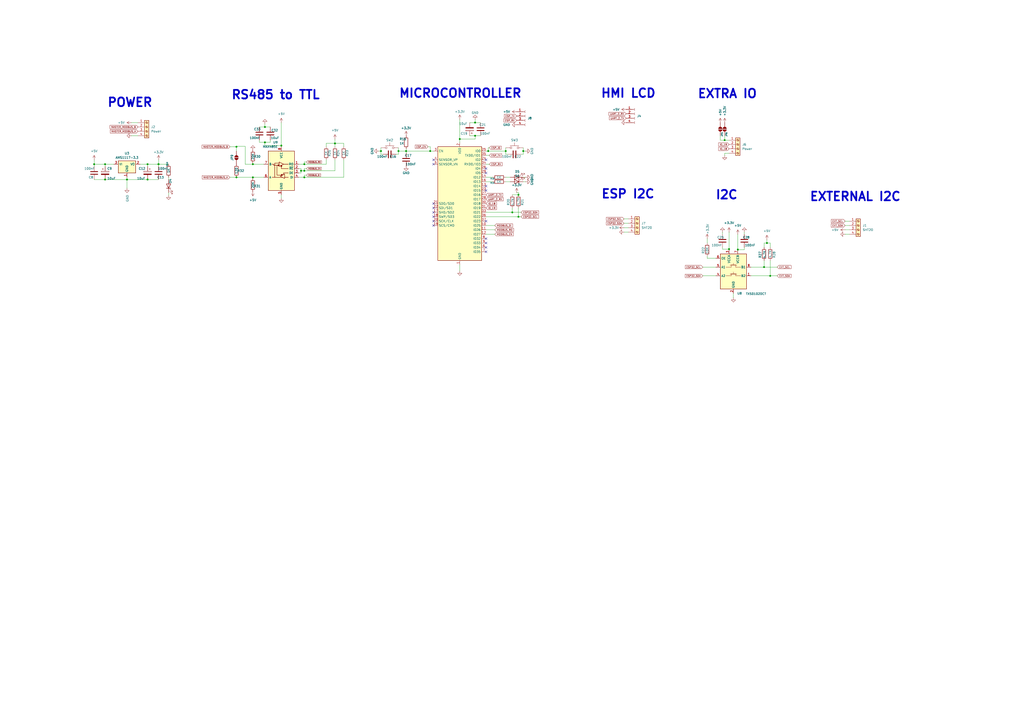
<source format=kicad_sch>
(kicad_sch (version 20231120) (generator "eeschema") (generator_version "8.0")
  (paper "A2")
  (junction (at 176.53 99.06))
  (junction (at 249.555 87.63))
  (junction (at 85.598 104.14))
  (junction (at 444.8818 140.97))
  (junction (at 91.9895 95.25))
  (junction (at 446.786 160.02))
  (junction (at 297.18 123.19))
  (junction (at 85.598 95.25))
  (junction (at 163.195 84.455))
  (junction (at 235.585 87.63))
  (junction (at 194.31 83.185))
  (junction (at 146.685 102.87))
  (junction (at 137.16 85.1206))
  (junction (at 293.37 87.63))
  (junction (at 303.53 87.63))
  (junction (at 54.61 95.25))
  (junction (at 146.685 95.25))
  (junction (at 443.23 154.94))
  (junction (at 153.67 73.66))
  (junction (at 153.67 82.55))
  (junction (at 420.37 81.28))
  (junction (at 176.53 95.25))
  (junction (at 174.625 99.06))
  (junction (at 137.16 102.87))
  (junction (at 300.7408 125.73))
  (junction (at 60.96 95.25))
  (junction (at 220.98 87.63))
  (junction (at 266.7 80.645))
  (junction (at 60.96 104.14))
  (junction (at 422.91 144.5046))
  (junction (at 300.736 113.03))
  (junction (at 283.21 87.63))
  (junction (at 275.59 71.12))
  (junction (at 91.948 95.25))
  (junction (at 176.53 102.87))
  (junction (at 73.66 104.14))
  (junction (at 275.59 78.74))
  (junction (at 231.14 87.63))
  (junction (at 427.99 144.78))
  (no_connect (at 251.46 130.81))
  (no_connect (at 251.46 95.25))
  (no_connect (at 251.46 128.27))
  (no_connect (at 281.94 138.43))
  (no_connect (at 251.46 125.73))
  (no_connect (at 281.94 140.97))
  (no_connect (at 281.94 92.71))
  (no_connect (at 251.46 118.11))
  (no_connect (at 281.94 143.51))
  (no_connect (at 281.94 128.27))
  (no_connect (at 281.94 107.95))
  (no_connect (at 281.94 97.79))
  (no_connect (at 251.46 92.71))
  (no_connect (at 281.94 146.05))
  (no_connect (at 281.94 100.33))
  (no_connect (at 281.94 110.49))
  (no_connect (at 251.46 123.19))
  (no_connect (at 251.46 120.65))
  (wire (pts (xy 222.25 89.535) (xy 220.98 89.535)))
  (wire (pts (xy 281.94 95.25) (xy 283.845 95.25)))
  (wire (pts (xy 153.035 95.25) (xy 146.685 95.25)))
  (wire (pts (xy 137.16 102.87) (xy 133.35 102.87)))
  (wire (pts (xy 85.598 96.52) (xy 85.598 95.25)))
  (wire (pts (xy 275.59 80.645) (xy 266.7 80.645)))
  (wire (pts (xy 420.37 88.9) (xy 422.91 88.9)))
  (wire (pts (xy 81.28 95.25) (xy 85.598 95.25)))
  (wire (pts (xy 176.53 93.98) (xy 176.53 95.25)))
  (wire (pts (xy 54.61 104.14) (xy 60.96 104.14)))
  (wire (pts (xy 156.845 81.28) (xy 156.845 82.55)))
  (wire (pts (xy 229.87 89.535) (xy 231.14 89.535)))
  (wire (pts (xy 300.7408 120.65) (xy 300.7408 125.73)))
  (wire (pts (xy 443.23 154.94) (xy 435.61 154.94)))
  (wire (pts (xy 443.23 140.97) (xy 444.8818 140.97)))
  (wire (pts (xy 189.23 92.71) (xy 189.23 95.25)))
  (wire (pts (xy 150.495 82.55) (xy 150.495 81.28)))
  (wire (pts (xy 293.37 87.63) (xy 283.21 87.63)))
  (wire (pts (xy 283.21 87.63) (xy 281.94 87.63)))
  (wire (pts (xy 220.98 87.63) (xy 220.98 85.725)))
  (wire (pts (xy 420.37 78.74) (xy 420.37 81.28)))
  (wire (pts (xy 297.18 113.03) (xy 300.736 113.03)))
  (wire (pts (xy 177.8 101.6) (xy 176.53 101.6)))
  (wire (pts (xy 60.96 104.14) (xy 73.66 104.14)))
  (wire (pts (xy 156.845 73.66) (xy 153.67 73.66)))
  (wire (pts (xy 281.94 130.81) (xy 287.02 130.81)))
  (wire (pts (xy 231.14 87.63) (xy 235.585 87.63)))
  (wire (pts (xy 281.94 105.41) (xy 285.75 105.41)))
  (wire (pts (xy 281.94 133.35) (xy 287.02 133.35)))
  (wire (pts (xy 444.8818 139.0264) (xy 444.8818 140.97)))
  (wire (pts (xy 281.94 102.87) (xy 285.75 102.87)))
  (wire (pts (xy 146.685 102.87) (xy 137.16 102.87)))
  (wire (pts (xy 137.16 85.1206) (xy 137.16 84.9254)))
  (wire (pts (xy 235.585 87.63) (xy 249.555 87.63)))
  (wire (pts (xy 361.95 132.08) (xy 364.49 132.08)))
  (wire (pts (xy 490.22 133.35) (xy 492.76 133.35)))
  (wire (pts (xy 446.786 140.97) (xy 446.786 143.51)))
  (wire (pts (xy 427.99 135.89) (xy 427.99 144.78)))
  (wire (pts (xy 85.598 104.14) (xy 73.66 104.14)))
  (wire (pts (xy 176.53 102.87) (xy 173.355 102.87)))
  (wire (pts (xy 156.845 82.55) (xy 153.67 82.55)))
  (wire (pts (xy 293.37 105.41) (xy 295.91 105.41)))
  (wire (pts (xy 153.67 84.455) (xy 153.67 82.55)))
  (wire (pts (xy 76.2 71.12) (xy 80.01 71.12)))
  (wire (pts (xy 490.22 135.89) (xy 492.76 135.89)))
  (wire (pts (xy 54.61 96.52) (xy 54.61 95.25)))
  (wire (pts (xy 266.7 80.645) (xy 266.7 82.55)))
  (wire (pts (xy 303.53 105.41) (xy 304.8 105.41)))
  (wire (pts (xy 303.53 87.63) (xy 303.53 89.535)))
  (wire (pts (xy 427.99 144.78) (xy 431.8 144.78)))
  (wire (pts (xy 410.21 138.43) (xy 410.21 140.97)))
  (wire (pts (xy 272.415 78.74) (xy 275.59 78.74)))
  (wire (pts (xy 146.685 102.87) (xy 146.685 103.505)))
  (wire (pts (xy 97.79 111.76) (xy 97.79 113.284)))
  (wire (pts (xy 163.195 84.455) (xy 153.67 84.455)))
  (wire (pts (xy 490.22 128.27) (xy 492.76 128.27)))
  (wire (pts (xy 407.67 160.02) (xy 415.29 160.02)))
  (wire (pts (xy 153.67 73.66) (xy 150.495 73.66)))
  (wire (pts (xy 417.83 81.28) (xy 420.37 81.28)))
  (wire (pts (xy 85.598 104.14) (xy 91.948 104.14)))
  (wire (pts (xy 297.18 120.65) (xy 297.18 123.19)))
  (wire (pts (xy 283.21 85.725) (xy 283.21 87.63)))
  (wire (pts (xy 231.14 89.535) (xy 231.14 87.63)))
  (wire (pts (xy 235.585 87.63) (xy 235.585 88.9)))
  (wire (pts (xy 142.1981 84.9254) (xy 142.1981 95.25)))
  (wire (pts (xy 443.23 154.94) (xy 450.85 154.94)))
  (wire (pts (xy 194.31 80.645) (xy 194.31 83.185)))
  (wire (pts (xy 446.786 160.02) (xy 446.786 151.13)))
  (wire (pts (xy 54.61 92.71) (xy 54.61 95.25)))
  (wire (pts (xy 176.53 99.06) (xy 174.625 99.06)))
  (wire (pts (xy 300.99 113.03) (xy 300.736 113.03)))
  (wire (pts (xy 293.37 87.63) (xy 293.37 89.535)))
  (wire (pts (xy 300.99 111.76) (xy 300.99 113.03)))
  (wire (pts (xy 419.1 134.62) (xy 419.1 135.89)))
  (wire (pts (xy 300.7408 125.73) (xy 302.26 125.73)))
  (wire (pts (xy 304.8 87.63) (xy 303.53 87.63)))
  (wire (pts (xy 146.685 95.25) (xy 146.685 94.615)))
  (wire (pts (xy 425.45 172.72) (xy 425.45 170.18)))
  (wire (pts (xy 199.39 92.71) (xy 199.39 102.87)))
  (wire (pts (xy 249.555 87.63) (xy 251.46 87.63)))
  (wire (pts (xy 163.195 113.03) (xy 163.195 114.935)))
  (wire (pts (xy 281.94 123.19) (xy 297.18 123.19)))
  (wire (pts (xy 443.23 140.97) (xy 443.23 143.51)))
  (wire (pts (xy 446.786 160.02) (xy 450.85 160.02)))
  (wire (pts (xy 60.96 95.25) (xy 60.96 96.52)))
  (wire (pts (xy 91.948 95.25) (xy 91.948 96.52)))
  (wire (pts (xy 266.7 69.215) (xy 266.7 80.645)))
  (wire (pts (xy 199.39 85.09) (xy 199.39 83.185)))
  (wire (pts (xy 422.91 144.5046) (xy 422.91 144.78)))
  (wire (pts (xy 303.53 102.87) (xy 304.8 102.87)))
  (wire (pts (xy 174.625 97.79) (xy 174.625 99.06)))
  (wire (pts (xy 419.1 143.51) (xy 419.1 144.5046)))
  (wire (pts (xy 281.94 135.89) (xy 287.02 135.89)))
  (wire (pts (xy 361.95 134.62) (xy 364.49 134.62)))
  (wire (pts (xy 272.415 71.12) (xy 275.59 71.12)))
  (wire (pts (xy 293.37 102.87) (xy 295.91 102.87)))
  (wire (pts (xy 91.9895 95.25) (xy 91.948 95.25)))
  (wire (pts (xy 174.625 99.06) (xy 174.625 100.33)))
  (wire (pts (xy 283.845 85.725) (xy 283.21 85.725)))
  (wire (pts (xy 407.67 154.94) (xy 415.29 154.94)))
  (wire (pts (xy 443.23 151.13) (xy 443.23 154.94)))
  (wire (pts (xy 361.95 127) (xy 364.49 127)))
  (wire (pts (xy 490.22 130.81) (xy 492.76 130.81)))
  (wire (pts (xy 194.31 99.06) (xy 176.53 99.06)))
  (wire (pts (xy 275.59 78.74) (xy 278.765 78.74)))
  (wire (pts (xy 420.37 90.17) (xy 420.37 88.9)))
  (wire (pts (xy 60.96 95.25) (xy 66.04 95.25)))
  (wire (pts (xy 248.285 85.09) (xy 249.555 85.09)))
  (wire (pts (xy 431.8 144.78) (xy 431.8 143.51)))
  (wire (pts (xy 91.9895 92.6828) (xy 91.9895 95.25)))
  (wire (pts (xy 194.31 83.185) (xy 189.23 83.185)))
  (wire (pts (xy 177.8 97.79) (xy 176.53 97.79)))
  (wire (pts (xy 219.71 87.63) (xy 220.98 87.63)))
  (wire (pts (xy 231.14 87.63) (xy 231.14 85.725)))
  (wire (pts (xy 444.8818 140.97) (xy 446.786 140.97)))
  (wire (pts (xy 297.18 123.19) (xy 302.26 123.19)))
  (wire (pts (xy 220.98 89.535) (xy 220.98 87.63)))
  (wire (pts (xy 97.79 95.25) (xy 91.9895 95.25)))
  (wire (pts (xy 73.66 104.14) (xy 73.66 109.22)))
  (wire (pts (xy 153.67 71.755) (xy 153.67 73.66)))
  (wire (pts (xy 85.598 95.25) (xy 91.948 95.25)))
  (wire (pts (xy 275.59 71.12) (xy 278.765 71.12)))
  (wire (pts (xy 410.21 148.59) (xy 410.21 149.86)))
  (wire (pts (xy 199.39 83.185) (xy 194.31 83.185)))
  (wire (pts (xy 302.26 89.535) (xy 303.53 89.535)))
  (wire (pts (xy 76.2 78.74) (xy 80.01 78.74)))
  (wire (pts (xy 293.37 85.725) (xy 293.37 87.63)))
  (wire (pts (xy 300.736 120.65) (xy 300.7408 120.65)))
  (wire (pts (xy 419.1 144.5046) (xy 422.91 144.5046)))
  (wire (pts (xy 176.53 95.25) (xy 173.355 95.25)))
  (wire (pts (xy 73.66 102.87) (xy 73.66 104.14)))
  (wire (pts (xy 54.61 95.25) (xy 60.96 95.25)))
  (wire (pts (xy 142.1981 95.25) (xy 146.685 95.25)))
  (wire (pts (xy 410.21 149.86) (xy 415.29 149.86)))
  (wire (pts (xy 174.625 100.33) (xy 173.355 100.33)))
  (wire (pts (xy 194.31 92.71) (xy 194.31 99.06)))
  (wire (pts (xy 189.23 95.25) (xy 176.53 95.25)))
  (wire (pts (xy 420.37 81.28) (xy 422.91 81.28)))
  (wire (pts (xy 176.53 101.6) (xy 176.53 102.87)))
  (wire (pts (xy 153.035 102.87) (xy 146.685 102.87)))
  (wire (pts (xy 199.39 102.87) (xy 176.53 102.87)))
  (wire (pts (xy 173.355 97.79) (xy 174.625 97.79)))
  (wire (pts (xy 275.59 78.74) (xy 275.59 80.645)))
  (wire (pts (xy 361.95 129.54) (xy 364.49 129.54)))
  (wire (pts (xy 176.53 97.79) (xy 176.53 99.06)))
  (wire (pts (xy 422.91 134.62) (xy 422.91 144.5046)))
  (wire (pts (xy 177.8 93.98) (xy 176.53 93.98)))
  (wire (pts (xy 281.94 90.17) (xy 283.845 90.17)))
  (wire (pts (xy 153.67 82.55) (xy 150.495 82.55)))
  (wire (pts (xy 266.7 153.67) (xy 266.7 157.226)))
  (wire (pts (xy 293.37 89.535) (xy 294.64 89.535)))
  (wire (pts (xy 431.8 134.62) (xy 431.8 135.89)))
  (wire (pts (xy 97.79 102.87) (xy 97.79 104.14)))
  (wire (pts (xy 435.61 160.02) (xy 446.786 160.02)))
  (wire (pts (xy 163.195 71.12) (xy 163.195 84.455)))
  (wire (pts (xy 137.16 85.1206) (xy 137.16 87.63)))
  (wire (pts (xy 299.72 111.76) (xy 300.99 111.76)))
  (wire (pts (xy 235.585 86.36) (xy 235.585 87.63)))
  (wire (pts (xy 275.59 69.215) (xy 275.59 71.12)))
  (wire (pts (xy 137.16 85.1206) (xy 133.4102 85.1206)))
  (wire (pts (xy 281.94 125.73) (xy 300.7408 125.73)))
  (wire (pts (xy 194.31 83.185) (xy 194.31 85.09)))
  (wire (pts (xy 249.555 85.09) (xy 249.555 87.63)))
  (wire (pts (xy 189.23 83.185) (xy 189.23 85.09)))
  (wire (pts (xy 417.83 78.74) (xy 417.83 81.28)))
  (wire (pts (xy 303.53 85.725) (xy 303.53 87.63)))
  (wire (pts (xy 137.16 84.9254) (xy 142.1981 84.9254)))
  (wire (pts (xy 163.195 84.455) (xy 163.195 85.09)))
  (text "RS485 to TTL" (at 185.928 58.039 0) (effects (font (size 5 5) (thickness 1) (bold yes)) (justify right bottom)))
  (text "ESP I2C" (at 348.488 115.57 0) (effects (font (size 5 5) (thickness 1) (bold yes)) (justify left bottom)))
  (text "MICROCONTROLLER" (at 231.14 57.15 0) (effects (font (size 5 5) (thickness 1) (bold yes)) (justify left bottom)))
  (text "POWER" (at 61.976 62.484 0) (effects (font (size 5 5) (thickness 1) (bold yes)) (justify left bottom)))
  (text "I2C" (at 414.782 116.078 0) (effects (font (size 5 5) (thickness 1) (bold yes)) (justify left bottom)))
  (text "HMI LCD" (at 348.234 57.15 0) (effects (font (size 5 5) (thickness 1) (bold yes)) (justify left bottom)))
  (text "EXTERNAL I2C" (at 469.392 117.094 0) (effects (font (size 5 5) (thickness 1) (bold yes)) (justify left bottom)))
  (text "EXTRA IO" (at 404.368 57.404 0) (effects (font (size 5 5) (thickness 1) (bold yes)) (justify left bottom)))
  (global_label "MODBUS_DI" (shape input) (at 177.8 101.6 0) (effects (font (size 0.8 0.8))) (property "Intersheetrefs" "${INTERSHEET_REFS}" (effects (hide yes))))
  (global_label "MASTER_MODBUS_B" (shape input) (at 80.01 73.66 180) (effects (font (size 1 1))) (property "Intersheetrefs" "${INTERSHEET_REFS}" (effects (hide yes))))
  (global_label "ESP_TX" (shape input) (at 283.845 90.17 0) (effects (font (size 1 1))) (property "Intersheetrefs" "${INTERSHEET_REFS}" (effects (hide yes))))
  (global_label "ESP_EN" (shape input) (at 248.285 85.09 180) (effects (font (size 1 1))) (property "Intersheetrefs" "${INTERSHEET_REFS}" (effects (hide yes))))
  (global_label "UART_2_RX" (shape input) (at 363.22 66.04 180) (effects (font (size 1 1))) (property "Intersheetrefs" "${INTERSHEET_REFS}" (effects (hide yes))))
  (global_label "EXT_SDA" (shape input) (at 450.85 160.02 0) (effects (font (size 1 1))) (property "Intersheetrefs" "${INTERSHEET_REFS}" (effects (hide yes))))
  (global_label "MASTER_MODBUS_B" (shape input) (at 133.4102 85.1206 180) (effects (font (size 1 1))) (property "Intersheetrefs" "${INTERSHEET_REFS}" (effects (hide yes))))
  (global_label "EXT_SCL" (shape input) (at 450.85 154.94 0) (effects (font (size 1 1))) (property "Intersheetrefs" "${INTERSHEET_REFS}" (effects (hide yes))))
  (global_label "EXT_SCL" (shape input) (at 490.22 128.27 180) (effects (font (size 1 1))) (property "Intersheetrefs" "${INTERSHEET_REFS}" (effects (hide yes))))
  (global_label "ESP32_SDA" (shape input) (at 361.95 129.54 180) (effects (font (size 1 1))) (property "Intersheetrefs" "${INTERSHEET_REFS}" (effects (hide yes))))
  (global_label "MODBUS_DI" (shape input) (at 287.02 130.81 0) (effects (font (size 1 1))) (property "Intersheetrefs" "${INTERSHEET_REFS}" (effects (hide yes))))
  (global_label "UART_2_TX" (shape input) (at 363.22 68.58 180) (effects (font (size 1 1))) (property "Intersheetrefs" "${INTERSHEET_REFS}" (effects (hide yes))))
  (global_label "ESP_TX" (shape input) (at 299.72 67.31 180) (effects (font (size 1 1))) (property "Intersheetrefs" "${INTERSHEET_REFS}" (effects (hide yes))))
  (global_label "ESP32_SCL" (shape input) (at 361.95 127 180) (effects (font (size 1 1))) (property "Intersheetrefs" "${INTERSHEET_REFS}" (effects (hide yes))))
  (global_label "ESP32_SCL" (shape input) (at 302.26 125.73 0) (effects (font (size 1 1))) (property "Intersheetrefs" "${INTERSHEET_REFS}" (effects (hide yes))))
  (global_label "UART_2_TX" (shape input) (at 281.94 113.03 0) (effects (font (size 1 1))) (property "Intersheetrefs" "${INTERSHEET_REFS}" (effects (hide yes))))
  (global_label "ESP_RX" (shape input) (at 299.72 69.85 180) (effects (font (size 1 1))) (property "Intersheetrefs" "${INTERSHEET_REFS}" (effects (hide yes))))
  (global_label "ESP32_SDA" (shape input) (at 302.26 123.19 0) (effects (font (size 1 1))) (property "Intersheetrefs" "${INTERSHEET_REFS}" (effects (hide yes))))
  (global_label "ESP32_SDA" (shape input) (at 407.67 160.02 180) (effects (font (size 1 1))) (property "Intersheetrefs" "${INTERSHEET_REFS}" (effects (hide yes))))
  (global_label "MODBUS_EN" (shape input) (at 177.8 97.79 0) (effects (font (size 0.8 0.8))) (property "Intersheetrefs" "${INTERSHEET_REFS}" (effects (hide yes))))
  (global_label "MODBUS_RO" (shape input) (at 287.02 133.35 0) (effects (font (size 1 1))) (property "Intersheetrefs" "${INTERSHEET_REFS}" (effects (hide yes))))
  (global_label "MODBUS_RO" (shape input) (at 177.8 93.98 0) (effects (font (size 0.8 0.8))) (property "Intersheetrefs" "${INTERSHEET_REFS}" (effects (hide yes))))
  (global_label "IO_18" (shape input) (at 422.91 86.36 180) (effects (font (size 1 1))) (property "Intersheetrefs" "${INTERSHEET_REFS}" (effects (hide yes))))
  (global_label "ESP32_SCL" (shape input) (at 407.67 154.94 180) (effects (font (size 1 1))) (property "Intersheetrefs" "${INTERSHEET_REFS}" (effects (hide yes))))
  (global_label "IO_19" (shape input) (at 281.94 120.65 0) (effects (font (size 1 1))) (property "Intersheetrefs" "${INTERSHEET_REFS}" (effects (hide yes))))
  (global_label "MASTER_MODBUS_A" (shape input) (at 133.35 102.87 180) (effects (font (size 1 1))) (property "Intersheetrefs" "${INTERSHEET_REFS}" (effects (hide yes))))
  (global_label "IO_19" (shape input) (at 422.91 83.82 180) (effects (font (size 1 1))) (property "Intersheetrefs" "${INTERSHEET_REFS}" (effects (hide yes))))
  (global_label "MASTER_MODBUS_A" (shape input) (at 80.01 76.2 180) (effects (font (size 1 1))) (property "Intersheetrefs" "${INTERSHEET_REFS}" (effects (hide yes))))
  (global_label "ESP_I0" (shape input) (at 283.845 85.725 0) (effects (font (size 1 1))) (property "Intersheetrefs" "${INTERSHEET_REFS}" (effects (hide yes))))
  (global_label "MODBUS_EN" (shape input) (at 287.02 135.89 0) (effects (font (size 1 1))) (property "Intersheetrefs" "${INTERSHEET_REFS}" (effects (hide yes))))
  (global_label "EXT_SDA" (shape input) (at 490.22 130.81 180) (effects (font (size 1 1))) (property "Intersheetrefs" "${INTERSHEET_REFS}" (effects (hide yes))))
  (global_label "IO_18" (shape input) (at 281.94 118.11 0) (effects (font (size 1 1))) (property "Intersheetrefs" "${INTERSHEET_REFS}" (effects (hide yes))))
  (global_label "ESP_RX" (shape input) (at 283.845 95.25 0) (effects (font (size 1 1))) (property "Intersheetrefs" "${INTERSHEET_REFS}" (effects (hide yes))))
  (global_label "UART_2_RX" (shape input) (at 281.94 115.57 0) (effects (font (size 1 1))) (property "Intersheetrefs" "${INTERSHEET_REFS}" (effects (hide yes))))
  (symbol (lib_id "power:+3.3V") (at 422.91 134.62 0) (mirror y) (unit 1)
    (property "Reference" "#PWR03" (effects (hide yes)))
    (property "Value" "+3.3V" (at 422.91 129.286 0))
    (property "Description" "Power symbol creates a global label with name \"+3.3V\"" (effects (hide yes)))
  )
  (symbol (lib_id "power:GND") (at 304.8 102.87 90) (unit 1)
    (property "Reference" "#PWR056" (effects (hide yes)))
    (property "Value" "GND" (at 308.61 102.87 0))
    (property "Description" "Power symbol creates a global label with name \"GND\" , ground" (effects (hide yes)))
  )
  (symbol (lib_id "power:+3.3V") (at 410.21 138.43 0) (mirror y) (unit 1)
    (property "Reference" "#PWR02" (effects (hide yes)))
    (property "Value" "+3.3V" (at 410.464 132.842 90))
    (property "Description" "Power symbol creates a global label with name \"+3.3V\"" (effects (hide yes)))
  )
  (symbol (lib_id "Device:R") (at 146.685 90.805 0) (mirror x) (unit 1)
    (property "Reference" "R30" (at 149.225 90.805 0))
    (property "Value" "20K" (at 146.685 90.805 90))
    (property "Footprint" "Resistor_SMD:R_0805_2012Metric_Pad1.20x1.40mm_HandSolder" (effects (hide yes)))
    (property "LCSC" "C163978" (effects (hide yes)))
    (property "Order  Status" "Ordered" (effects (hide yes)))
    (property "Order Link" "https://shopee.ph/4250PCS-8500PCS-8850PCS-0201-0402-0603-0805-1206-Resistor-Sample-Book-ibuw-5-SMD-Assorted-Kit-10K-100K-1K-1R-100R-220R-i.787462331.17472815647?sp_atk=9d6cbe05-d7f8-459d-97a4-08d0e3379d5f&xptdk=9d6cbe05-d7f8-459d-97a4-08d0e3379d5f" (effects (hide yes)))
  )
  (symbol (lib_id "Connector:Screw_Terminal_01x04") (at 85.09 73.66 0) (unit 1)
    (property "Reference" "J2" (at 87.63 73.6599 0) (effects (justify left)))
    (property "Value" "Power" (at 87.63 76.1999 0) (effects (justify left)))
    (property "Footprint" "TerminalBlock_Phoenix:TerminalBlock_Phoenix_MKDS-1,5-4-5.08_1x04_P5.08mm_Horizontal" (effects (hide yes)))
    (property "Description" "Generic screw terminal, single row, 01x04, script generated (kicad-library-utils/schlib/autogen/connector/)" (effects (hide yes)))
    (property "Order  Status" "Ordered" (effects (hide yes)))
    (property "Order Link" "https://shopee.ph/5Set-JST-XH2.54-XH-2.54mm-Wire-Cable-Connector-2-3-4-5-6-7-8-9-10-Pin-Pitch-Male-Female-Plug-Socket-200MM-26AWG-i.487295469.15877445498?sp_atk=db88d7e0-9071-4b8f-829f-bc9dba5531ce&xptdk=db88d7e0-9071-4b8f-829f-bc9dba5531ce" (effects (hide yes)))
  )
  (symbol (lib_id "Jumper:SolderJumper_2_Open") (at 417.83 74.93 90) (unit 1) (exclude_from_sim yes) (in_bom no)
    (property "Reference" "JP5" (at 418.846 77.978 0) (effects (font (size 0.889 0.889))))
    (property "Value" "SolderJumper_2_Open" (effects (hide yes)))
    (property "Footprint" "Jumper:SolderJumper-2_P1.3mm_Open_Pad1.0x1.5mm" (effects (hide yes)))
    (property "Description" "Solder Jumper, 2-pole, open" (effects (hide yes)))
    (property "Order  Status" "Ordered" (effects (hide yes)))
  )
  (symbol (lib_id "Connector:Conn_01x04_Socket") (at 304.8 67.31 0) (unit 1)
    (property "Reference" "J8" (at 306.07 68.5799 0) (effects (justify left)))
    (property "Footprint" "Connector_PinHeader_2.54mm:PinHeader_1x04_P2.54mm_Vertical" (effects (hide yes)))
    (property "Description" "Generic connector, single row, 01x04, script generated" (effects (hide yes)))
    (property "Order  Status" "Ordered" (effects (hide yes)))
  )
  (symbol (lib_id "Device:R") (at 137.16 99.06 0) (mirror x) (unit 1)
    (property "Reference" "R32" (at 139.7 99.06 0))
    (property "Value" "120" (at 137.16 99.06 90))
    (property "Footprint" "Resistor_SMD:R_0805_2012Metric_Pad1.20x1.40mm_HandSolder" (effects (hide yes)))
    (property "LCSC" "C2907224" (effects (hide yes)))
    (property "Order  Status" "Ordered" (effects (hide yes)))
    (property "Order Link" "https://shopee.ph/4250PCS-8500PCS-8850PCS-0201-0402-0603-0805-1206-Resistor-Sample-Book-ibuw-5-SMD-Assorted-Kit-10K-100K-1K-1R-100R-220R-i.787462331.17472815647?sp_atk=9d6cbe05-d7f8-459d-97a4-08d0e3379d5f&xptdk=9d6cbe05-d7f8-459d-97a4-08d0e3379d5f" (effects (hide yes)))
  )
  (symbol (lib_id "Device:LED") (at 299.72 105.41 180) (unit 1)
    (property "Reference" "D6" (at 298.704 102.108 0) (effects (justify right)))
    (property "Value" "LED" (effects (hide yes)))
    (property "Footprint" "LED_SMD:LED_0805_2012Metric_Pad1.15x1.40mm_HandSolder" (effects (hide yes)))
    (property "LCSC" "C2297" (effects (hide yes)))
    (property "Order  Status" "Ordered" (effects (hide yes)))
    (property "Order Link" "https://shopee.ph/SMD-0805-1206-Led-Set-Kit-5-Colors-X20pcs-100pcs-Red-Green-Blue-Yellow-White-LED-Light-Diode-Free-Shipping!-KIT-i.487295469.12008658147?sp_atk=bddc83f1-a0ad-45bc-9eeb-fab376d6480c&xptdk=bddc83f1-a0ad-45bc-9eeb-fab376d6480c" (effects (hide yes)))
  )
  (symbol (lib_id "power:+3.3V") (at 361.95 132.08 90) (mirror x) (unit 1)
    (property "Reference" "#PWR01" (effects (hide yes)))
    (property "Value" "+3.3V" (at 356.108 132.08 90))
    (property "Description" "Power symbol creates a global label with name \"+3.3V\"" (effects (hide yes)))
  )
  (symbol (lib_id "power:GND") (at 299.72 72.39 270) (unit 1)
    (property "Reference" "#PWR019" (effects (hide yes)))
    (property "Value" "GND" (at 293.878 72.39 90))
    (property "Description" "Power symbol creates a global label with name \"GND\" , ground" (effects (hide yes)))
  )
  (symbol (lib_id "Device:R") (at 199.39 88.9 0) (mirror x) (unit 1)
    (property "Reference" "R23" (at 201.295 88.9 90))
    (property "Value" "1K" (at 199.39 88.9 90))
    (property "Footprint" "Resistor_SMD:R_0603_1608Metric_Pad0.98x0.95mm_HandSolder" (effects (hide yes)))
    (property "LCSC" "C21190" (effects (hide yes)))
    (property "Order  Status" "Ordered" (effects (hide yes)))
    (property "Order Link" "https://shopee.ph/100pcs-0603-SMD-1-8W-chip-resistor-resistors-0-ohm-~-10M-0R-1K-4.7K-4K7-10K-100K-1-10-100-220-330-ohm-0R-1R-10R-100R-220R-330R-electronic-component-i.1274879578.26101945401?sp_atk=a238357b-041a-4ed0-b33c-ff60b12244f9&xptdk=a238357b-041a-4ed0-b33c-ff60b12244f9" (effects (hide yes)))
  )
  (symbol (lib_id "Connector:Screw_Terminal_01x04") (at 427.99 83.82 0) (unit 1)
    (property "Reference" "J6" (at 430.53 83.8199 0) (effects (justify left)))
    (property "Value" "Power" (at 430.53 86.3599 0) (effects (justify left)))
    (property "Footprint" "Connector_Molex:Molex_KK-254_AE-6410-04A_1x04_P2.54mm_Vertical" (effects (hide yes)))
    (property "Description" "Generic screw terminal, single row, 01x04, script generated (kicad-library-utils/schlib/autogen/connector/)" (effects (hide yes)))
    (property "Order  Status" "Ordered" (effects (hide yes)))
    (property "Order Link" "https://shopee.ph/5Set-JST-XH2.54-XH-2.54mm-Wire-Cable-Connector-2-3-4-5-6-7-8-9-10-Pin-Pitch-Male-Female-Plug-Socket-200MM-26AWG-i.487295469.15877445498?sp_atk=db88d7e0-9071-4b8f-829f-bc9dba5531ce&xptdk=db88d7e0-9071-4b8f-829f-bc9dba5531ce" (effects (hide yes)))
  )
  (symbol (lib_id "Connector:Screw_Terminal_01x04") (at 497.84 130.81 0) (unit 1)
    (property "Reference" "J1" (at 500.38 130.8099 0) (effects (justify left)))
    (property "Value" "SHT20" (at 500.38 133.3499 0) (effects (justify left)))
    (property "Footprint" "Connector_Molex:Molex_KK-254_AE-6410-04A_1x04_P2.54mm_Vertical" (effects (hide yes)))
    (property "Description" "Generic screw terminal, single row, 01x04, script generated (kicad-library-utils/schlib/autogen/connector/)" (effects (hide yes)))
    (property "Order  Status" "Ordered" (effects (hide yes)))
    (property "Order Link" "https://shopee.ph/5Set-JST-XH2.54-XH-2.54mm-Wire-Cable-Connector-2-3-4-5-6-7-8-9-10-Pin-Pitch-Male-Female-Plug-Socket-200MM-26AWG-i.487295469.15877445498?sp_atk=db88d7e0-9071-4b8f-829f-bc9dba5531ce&xptdk=db88d7e0-9071-4b8f-829f-bc9dba5531ce" (effects (hide yes)))
  )
  (symbol (lib_id "Device:R") (at 194.31 88.9 0) (mirror x) (unit 1)
    (property "Reference" "R24" (at 196.215 88.9 90))
    (property "Value" "1K" (at 194.31 88.9 90))
    (property "Footprint" "Resistor_SMD:R_0603_1608Metric_Pad0.98x0.95mm_HandSolder" (effects (hide yes)))
    (property "LCSC" "C21190" (effects (hide yes)))
    (property "Order  Status" "Ordered" (effects (hide yes)))
    (property "Order Link" "https://shopee.ph/100pcs-0603-SMD-1-8W-chip-resistor-resistors-0-ohm-~-10M-0R-1K-4.7K-4K7-10K-100K-1-10-100-220-330-ohm-0R-1R-10R-100R-220R-330R-electronic-component-i.1274879578.26101945401?sp_atk=a238357b-041a-4ed0-b33c-ff60b12244f9&xptdk=a238357b-041a-4ed0-b33c-ff60b12244f9" (effects (hide yes)))
  )
  (symbol (lib_id "power:+3.3V") (at 235.585 78.74 0) (unit 1)
    (property "Reference" "#PWR038" (effects (hide yes)))
    (property "Value" "+3.3V" (at 235.585 74.295 0))
  )
  (symbol (lib_id "Device:C_Polarized") (at 85.598 100.33 0) (mirror y) (unit 1)
    (property "Reference" "C12" (at 84.328 97.79 0) (effects (justify left)))
    (property "Value" "10uF" (at 84.328 103.505 0) (effects (justify left)))
    (property "Footprint" "Capacitor_SMD:C_0805_2012Metric_Pad1.18x1.45mm_HandSolder" (effects (hide yes)))
    (property "LCSC" "C15850" (effects (hide yes)))
    (property "Order  Status" "Ordered" (effects (hide yes)))
    (property "Order Link" "https://shopee.ph/500pcs-0805-Chip-Capacitors-SMD-22P-100P-102K1NF-103K-10NF-104K-0.1UF-i.1172373435.24160699467?sp_atk=628b2bb1-ae8b-4207-8fc9-beb5da2c166c&xptdk=628b2bb1-ae8b-4207-8fc9-beb5da2c166c" (effects (hide yes)))
  )
  (symbol (lib_id "power:+3.3V") (at 266.7 69.215 0) (unit 1)
    (property "Reference" "#PWR050" (effects (hide yes)))
    (property "Value" "+3.3V" (at 266.7 64.77 0))
  )
  (symbol (lib_id "power:GND") (at 73.66 109.22 0) (unit 1)
    (property "Reference" "#PWR023" (effects (hide yes)))
    (property "Value" "GND" (at 73.914 115.062 90))
    (property "Description" "Power symbol creates a global label with name \"GND\" , ground" (effects (hide yes)))
  )
  (symbol (lib_id "Device:C") (at 419.1 139.7 0) (unit 1)
    (property "Reference" "C25" (at 416.052 137.668 0) (effects (justify left)))
    (property "Value" "100nF" (at 412.75 142.24 0) (effects (justify left)))
    (property "Footprint" "Capacitor_SMD:C_0805_2012Metric_Pad1.18x1.45mm_HandSolder" (effects (hide yes)))
    (property "LCSC" "C1546" (effects (hide yes)))
    (property "Order  Status" "Ordered" (effects (hide yes)))
    (property "Order Link" "https://shopee.ph/500pcs-0805-Chip-Capacitors-SMD-22P-100P-102K1NF-103K-10NF-104K-0.1UF-i.1172373435.24160699467?sp_atk=628b2bb1-ae8b-4207-8fc9-beb5da2c166c&xptdk=628b2bb1-ae8b-4207-8fc9-beb5da2c166c" (effects (hide yes)))
  )
  (symbol (lib_id "power:GND") (at 304.8 87.63 90) (unit 1)
    (property "Reference" "#PWR055" (effects (hide yes)))
    (property "Value" "GND" (at 308.61 87.63 0))
    (property "Description" "Power symbol creates a global label with name \"GND\" , ground" (effects (hide yes)))
  )
  (symbol (lib_id "Device:R") (at 189.23 88.9 0) (mirror x) (unit 1)
    (property "Reference" "R25" (at 191.135 88.9 90))
    (property "Value" "1K" (at 189.23 88.9 90))
    (property "Footprint" "Resistor_SMD:R_0603_1608Metric_Pad0.98x0.95mm_HandSolder" (effects (hide yes)))
    (property "LCSC" "C21190" (effects (hide yes)))
    (property "Order  Status" "Ordered" (effects (hide yes)))
    (property "Order Link" "https://shopee.ph/100pcs-0603-SMD-1-8W-chip-resistor-resistors-0-ohm-~-10M-0R-1K-4.7K-4K7-10K-100K-1-10-100-220-330-ohm-0R-1R-10R-100R-220R-330R-electronic-component-i.1274879578.26101945401?sp_atk=a238357b-041a-4ed0-b33c-ff60b12244f9&xptdk=a238357b-041a-4ed0-b33c-ff60b12244f9" (effects (hide yes)))
  )
  (symbol (lib_id "Device:R") (at 410.21 144.78 180) (unit 1)
    (property "Reference" "R22" (at 407.924 143.256 90) (effects (justify left)))
    (property "Value" "10K" (at 410.21 143.256 90) (effects (justify left)))
    (property "Footprint" "Resistor_SMD:R_0603_1608Metric_Pad0.98x0.95mm_HandSolder" (effects (hide yes)))
    (property "LCSC" "C25804" (effects (hide yes)))
    (property "Order  Status" "Ordered" (effects (hide yes)))
    (property "Order Link" "https://shopee.ph/100pcs-0603-SMD-1-8W-chip-resistor-resistors-0-ohm-~-10M-0R-1K-4.7K-4K7-10K-100K-1-10-100-220-330-ohm-0R-1R-10R-100R-220R-330R-electronic-component-i.1274879578.26101945401?sp_atk=a238357b-041a-4ed0-b33c-ff60b12244f9&xptdk=a238357b-041a-4ed0-b33c-ff60b12244f9" (effects (hide yes)))
  )
  (symbol (lib_id "power:GND") (at 304.8 105.41 90) (unit 1)
    (property "Reference" "#PWR057" (effects (hide yes)))
    (property "Value" "GND" (at 308.61 105.41 0))
    (property "Description" "Power symbol creates a global label with name \"GND\" , ground" (effects (hide yes)))
  )
  (symbol (lib_id "power:GND") (at 363.22 71.12 270) (unit 1)
    (property "Reference" "#PWR032" (effects (hide yes)))
    (property "Value" "GND" (effects (hide yes)))
    (property "Description" "Power symbol creates a global label with name \"GND\" , ground" (effects (hide yes)))
  )
  (symbol (lib_id "power:+5V") (at 363.22 63.5 90) (unit 1)
    (property "Reference" "#PWR031" (effects (hide yes)))
    (property "Value" "+5V" (at 359.41 63.4999 90) (effects (justify left)))
    (property "Description" "Power symbol creates a global label with name \"+5V\"" (effects (hide yes)))
  )
  (symbol (lib_id "Device:C") (at 91.948 100.33 0) (mirror y) (unit 1)
    (property "Reference" "C13" (at 95.123 102.87 0) (effects (justify left)))
    (property "Value" "100nF" (at 97.663 97.79 0) (effects (justify left)))
    (property "Footprint" "Capacitor_SMD:C_0805_2012Metric_Pad1.18x1.45mm_HandSolder" (effects (hide yes)))
    (property "LCSC" " C60474" (effects (hide yes)))
    (property "Order  Status" "Ordered" (effects (hide yes)))
    (property "Order Link" "https://shopee.ph/500pcs-0805-Chip-Capacitors-SMD-22P-100P-102K1NF-103K-10NF-104K-0.1UF-i.1172373435.24160699467?sp_atk=628b2bb1-ae8b-4207-8fc9-beb5da2c166c&xptdk=628b2bb1-ae8b-4207-8fc9-beb5da2c166c" (effects (hide yes)))
  )
  (symbol (lib_id "Device:R") (at 443.23 147.32 180) (unit 1)
    (property "Reference" "R27" (at 440.944 145.796 90) (effects (justify left)))
    (property "Value" "4.7K" (at 443.484 145.288 90) (effects (justify left)))
    (property "Footprint" "Resistor_SMD:R_0603_1608Metric_Pad0.98x0.95mm_HandSolder" (effects (hide yes)))
    (property "LCSC" "C23162" (effects (hide yes)))
    (property "Order  Status" "Ordered" (effects (hide yes)))
    (property "Order Link" "https://shopee.ph/100pcs-0603-SMD-1-8W-chip-resistor-resistors-0-ohm-~-10M-0R-1K-4.7K-4K7-10K-100K-1-10-100-220-330-ohm-0R-1R-10R-100R-220R-330R-electronic-component-i.1274879578.26101945401?sp_atk=a238357b-041a-4ed0-b33c-ff60b12244f9&xptdk=a238357b-041a-4ed0-b33c-ff60b12244f9" (effects (hide yes)))
  )
  (symbol (lib_id "power:+5V") (at 146.685 111.125 0) (mirror x) (unit 1)
    (property "Reference" "#PWR092" (effects (hide yes)))
    (property "Value" "+5V" (at 146.685 116.0508 0))
    (property "Description" "Power symbol creates a global label with name \"+5V\"" (effects (hide yes)))
  )
  (symbol (lib_id "Logic_LevelTranslator:TXS0102DCT") (at 425.45 157.48 0) (unit 1)
    (property "Reference" "U8" (at 427.6441 170.18 0) (effects (justify left)))
    (property "Value" "TXS0102DCT" (at 432.562 170.434 0) (effects (justify left)))
    (property "Footprint" "Package_SO:SSOP-8_2.95x2.8mm_P0.65mm" (effects (hide yes)))
    (property "Datasheet" "http://www.ti.com/lit/gpn/txs0102" (effects (hide yes)))
    (property "Description" "2-Bit Bidirectional Voltage-Level Shifter for Open-Drain and Push-Pull Application, SSOP-8" (effects (hide yes)))
    (property "Order  Status" "Digi Cart" (effects (hide yes)))
    (property "Order Link" "https://www.lazada.com.ph/products/10pcs-new-original-txs0102dctr-txs0102-nfe-msop8-i4685329623-s27025525975.html?c=&channelLpJumpArgs=&clickTrackInfo=query%253ATXS0102%253Bnid%253A4685329623%253Bsrc%253ALazadaMainSrp%253Brn%253A5845dc018da2b75e91115be1cc4ffa10%253Bregion%253Aph%253Bsku%253A4685329623_PH%253Bprice%253A207.26%253Bclient%253Adesktop%253Bsupplier_id%253A1000470223%253Bbiz_source%253Ah5_internal%253Bslot%253A4%253Butlog_bucket_id%253A470687%253Basc_category_id%253A22654%253Bitem_id%253A4685329623%253Bsku_id%253A27025525975%253Bshop_id%253A636937%253BtemplateInfo%253A107881_D_E%2523-1_A3_C%2523120442_A0%2523&freeshipping=0&fs_ab=2&fuse_fs=&lang=en&location=China&price=207.26&priceCompare=skuId%3A27025525975%3Bsource%3Alazada-search-voucher%3Bsn%3A5845dc018da2b75e91115be1cc4ffa10%3BoriginPrice%3A20726%3BdisplayPrice%3A20726%3BsinglePromotionId%3A-1%3BsingleToolCode%3A-1%3BvoucherPricePlugin%3A0%3Btimestamp%3A1735233262738&ratingscore=&request_id=5845dc018da2b75e91115be1cc4ffa10&review=&sale=0&search=1&source=search&spm=a2o4l.searchlist.list.4&stock=1" (effects (hide yes)))
  )
  (symbol (lib_id "power:GND") (at 490.22 135.89 270) (unit 1)
    (property "Reference" "#PWR05" (effects (hide yes)))
    (property "Value" "GND" (effects (hide yes)))
    (property "Description" "Power symbol creates a global label with name \"GND\" , ground" (effects (hide yes)))
  )
  (symbol (lib_id "Device:C") (at 54.61 100.33 0) (unit 1)
    (property "Reference" "C8" (at 51.435 102.87 0) (effects (justify left)))
    (property "Value" "100nF" (at 48.895 97.79 0) (effects (justify left)))
    (property "Footprint" "Capacitor_SMD:C_0805_2012Metric_Pad1.18x1.45mm_HandSolder" (effects (hide yes)))
    (property "LCSC" " C60474" (effects (hide yes)))
    (property "Order  Status" "Ordered" (effects (hide yes)))
    (property "Order Link" "https://shopee.ph/500pcs-0805-Chip-Capacitors-SMD-22P-100P-102K1NF-103K-10NF-104K-0.1UF-i.1172373435.24160699467?sp_atk=628b2bb1-ae8b-4207-8fc9-beb5da2c166c&xptdk=628b2bb1-ae8b-4207-8fc9-beb5da2c166c" (effects (hide yes)))
  )
  (symbol (lib_id "power:+5V") (at 417.83 71.12 0) (unit 1)
    (property "Reference" "#PWR058" (effects (hide yes)))
    (property "Value" "+5V" (at 417.8301 67.31 90) (effects (justify left)))
    (property "Description" "Power symbol creates a global label with name \"+5V\"" (effects (hide yes)))
  )
  (symbol (lib_id "Device:C") (at 226.06 89.535 90) (unit 1)
    (property "Reference" "C16" (at 229.87 90.805 90) (effects (justify left)))
    (property "Value" "100nF" (at 224.79 90.805 90) (effects (justify left)))
    (property "Footprint" "Capacitor_SMD:C_0805_2012Metric_Pad1.18x1.45mm_HandSolder" (effects (hide yes)))
    (property "LCSC" " C60474" (effects (hide yes)))
    (property "Order  Status" "Ordered" (effects (hide yes)))
    (property "Order Link" "https://shopee.ph/500pcs-0805-Chip-Capacitors-SMD-22P-100P-102K1NF-103K-10NF-104K-0.1UF-i.1172373435.24160699467?sp_atk=628b2bb1-ae8b-4207-8fc9-beb5da2c166c&xptdk=628b2bb1-ae8b-4207-8fc9-beb5da2c166c" (effects (hide yes)))
  )
  (symbol (lib_id "power:GND") (at 219.71 87.63 270) (unit 1)
    (property "Reference" "#PWR037" (effects (hide yes)))
    (property "Value" "GND" (at 215.9 87.63 0))
    (property "Description" "Power symbol creates a global label with name \"GND\" , ground" (effects (hide yes)))
  )
  (symbol (lib_id "power:GND") (at 361.95 134.62 270) (unit 1)
    (property "Reference" "#PWR062" (effects (hide yes)))
    (property "Value" "GND" (effects (hide yes)))
    (property "Description" "Power symbol creates a global label with name \"GND\" , ground" (effects (hide yes)))
  )
  (symbol (lib_id "power:GND") (at 76.2 78.74 270) (unit 1)
    (property "Reference" "#PWR027" (effects (hide yes)))
    (property "Value" "GND" (effects (hide yes)))
    (property "Description" "Power symbol creates a global label with name \"GND\" , ground" (effects (hide yes)))
  )
  (symbol (lib_id "power:+5V") (at 490.22 133.35 90) (unit 1)
    (property "Reference" "#PWR04" (effects (hide yes)))
    (property "Value" "+5V" (at 486.41 133.3499 90) (effects (justify left)))
    (property "Description" "Power symbol creates a global label with name \"+5V\"" (effects (hide yes)))
  )
  (symbol (lib_id "RF_Module:ESP32-WROOM-32") (at 266.7 118.11 0) (unit 1)
    (property "Reference" "U6" (effects (hide yes)))
    (property "Value" "ESP32-WROOM-32" (effects (hide yes)))
    (property "Footprint" "RF_Module:ESP32-WROOM-32" (effects (hide yes)))
    (property "Datasheet" "https://www.espressif.com/sites/default/files/documentation/esp32-wroom-32_datasheet_en.pdf" (effects (hide yes)))
    (property "LCSC" "C529577" (effects (hide yes)))
    (property "Order  Status" "Ordered" (effects (hide yes)))
    (property "Order Link" "https://shopee.ph/ESP-32S-ESP-WROOM-32-ESP32-ESP-32-Bluetooth-and-WIFI-Dual-Core-CPU-with-Low-Power-Consumption-MCU-ESP-32-i.1137847711.26603748884?sp_atk=af4bddd8-a397-480d-94f2-07ac69fe3b4e&xptdk=af4bddd8-a397-480d-94f2-07ac69fe3b4e" (effects (hide yes)))
  )
  (symbol (lib_id "Device:LED") (at 97.79 107.95 90) (unit 1)
    (property "Reference" "D4" (at 98.806 103.632 0) (effects (justify right)))
    (property "Value" "LED" (effects (hide yes)))
    (property "Footprint" "LED_SMD:LED_0805_2012Metric_Pad1.15x1.40mm_HandSolder" (effects (hide yes)))
    (property "LCSC" "C2297" (effects (hide yes)))
    (property "Order  Status" "Ordered" (effects (hide yes)))
    (property "Order Link" "https://shopee.ph/SMD-0805-1206-Led-Set-Kit-5-Colors-X20pcs-100pcs-Red-Green-Blue-Yellow-White-LED-Light-Diode-Free-Shipping!-KIT-i.487295469.12008658147?sp_atk=bddc83f1-a0ad-45bc-9eeb-fab376d6480c&xptdk=bddc83f1-a0ad-45bc-9eeb-fab376d6480c" (effects (hide yes)))
  )
  (symbol (lib_id "power:+3.3V") (at 299.72 111.76 0) (unit 1)
    (property "Reference" "#PWR06" (effects (hide yes)))
    (property "Value" "+3.3V" (at 299.72 107.315 0))
  )
  (symbol (lib_id "Device:C") (at 150.495 77.47 0) (mirror x) (unit 1)
    (property "Reference" "C33" (at 147.32 74.93 0) (effects (justify left)))
    (property "Value" "100nF" (at 144.78 80.01 0) (effects (justify left)))
    (property "Footprint" "Capacitor_SMD:C_0805_2012Metric_Pad1.18x1.45mm_HandSolder" (effects (hide yes)))
    (property "LCSC" " C60474" (effects (hide yes)))
    (property "Order  Status" "Ordered" (effects (hide yes)))
    (property "Order Link" "https://shopee.ph/500pcs-0805-Chip-Capacitors-SMD-22P-100P-102K1NF-103K-10NF-104K-0.1UF-i.1172373435.24160699467?sp_atk=628b2bb1-ae8b-4207-8fc9-beb5da2c166c&xptdk=628b2bb1-ae8b-4207-8fc9-beb5da2c166c" (effects (hide yes)))
  )
  (symbol (lib_id "Connector:Conn_01x04_Socket") (at 368.3 66.04 0) (unit 1)
    (property "Reference" "J4" (at 369.57 67.3099 0) (effects (justify left)))
    (property "Footprint" "Connector_Molex:Molex_KK-254_AE-6410-04A_1x04_P2.54mm_Vertical" (effects (hide yes)))
    (property "Description" "Generic connector, single row, 01x04, script generated" (effects (hide yes)))
    (property "Order  Status" "Ordered" (effects (hide yes)))
  )
  (symbol (lib_id "power:GND") (at 431.8 134.62 180) (unit 1)
    (property "Reference" "#PWR082" (effects (hide yes)))
    (property "Value" "GND" (effects (hide yes)))
    (property "Description" "Power symbol creates a global label with name \"GND\" , ground" (effects (hide yes)))
  )
  (symbol (lib_id "Device:R") (at 289.56 102.87 90) (unit 1)
    (property "Reference" "R18" (at 286.766 103.632 90) (effects (font (size 0.762 0.762)) (justify left)))
    (property "Value" "1K" (at 290.83 102.87 90) (effects (justify left)))
    (property "Footprint" "Resistor_SMD:R_0603_1608Metric_Pad0.98x0.95mm_HandSolder" (effects (hide yes)))
    (property "LCSC" "C21190" (effects (hide yes)))
    (property "Order  Status" "Ordered" (effects (hide yes)))
    (property "Order Link" "https://shopee.ph/100pcs-0603-SMD-1-8W-chip-resistor-resistors-0-ohm-~-10M-0R-1K-4.7K-4K7-10K-100K-1-10-100-220-330-ohm-0R-1R-10R-100R-220R-330R-electronic-component-i.1274879578.26101945401?sp_atk=a238357b-041a-4ed0-b33c-ff60b12244f9&xptdk=a238357b-041a-4ed0-b33c-ff60b12244f9" (effects (hide yes)))
  )
  (symbol (lib_id "power:GND") (at 97.79 113.284 0) (unit 1)
    (property "Reference" "#PWR033" (effects (hide yes)))
    (property "Value" "GND" (effects (hide yes)))
    (property "Description" "Power symbol creates a global label with name \"GND\" , ground" (effects (hide yes)))
  )
  (symbol (lib_id "power:GND") (at 266.7 157.226 0) (unit 1)
    (property "Reference" "#PWR051" (effects (hide yes)))
    (property "Value" "GND" (effects (hide yes)))
    (property "Description" "Power symbol creates a global label with name \"GND\" , ground" (effects (hide yes)))
  )
  (symbol (lib_id "Device:R") (at 97.79 99.06 0) (unit 1)
    (property "Reference" "R12" (at 97.028 96.266 90) (effects (font (size 0.762 0.762)) (justify left)))
    (property "Value" "1K" (at 97.79 100.33 90) (effects (justify left)))
    (property "Footprint" "Resistor_SMD:R_0603_1608Metric_Pad0.98x0.95mm_HandSolder" (effects (hide yes)))
    (property "LCSC" "C21190" (effects (hide yes)))
    (property "Order  Status" "Ordered" (effects (hide yes)))
    (property "Order Link" "https://shopee.ph/100pcs-0603-SMD-1-8W-chip-resistor-resistors-0-ohm-~-10M-0R-1K-4.7K-4K7-10K-100K-1-10-100-220-330-ohm-0R-1R-10R-100R-220R-330R-electronic-component-i.1274879578.26101945401?sp_atk=a238357b-041a-4ed0-b33c-ff60b12244f9&xptdk=a238357b-041a-4ed0-b33c-ff60b12244f9" (effects (hide yes)))
  )
  (symbol (lib_id "power:+3.3V") (at 420.37 71.12 0) (unit 1)
    (property "Reference" "#PWR059" (effects (hide yes)))
    (property "Value" "+3.3V" (at 420.3701 67.31 90) (effects (justify left)))
  )
  (symbol (lib_id "Device:C") (at 156.845 77.47 0) (mirror y) (unit 1)
    (property "Reference" "C32" (at 161.29 75.565 0) (effects (justify left)))
    (property "Value" "10uF" (at 161.925 80.01 0) (effects (justify left)))
    (property "Footprint" "Capacitor_SMD:C_0805_2012Metric_Pad1.18x1.45mm_HandSolder" (effects (hide yes)))
    (property "LCSC" "C15850" (effects (hide yes)))
    (property "Order  Status" "Ordered" (effects (hide yes)))
    (property "Order Link" "https://shopee.ph/500pcs-0805-Chip-Capacitors-SMD-22P-100P-102K1NF-103K-10NF-104K-0.1UF-i.1172373435.24160699467?sp_atk=628b2bb1-ae8b-4207-8fc9-beb5da2c166c&xptdk=628b2bb1-ae8b-4207-8fc9-beb5da2c166c" (effects (hide yes)))
  )
  (symbol (lib_id "Interface_UART:MAX485E") (at 163.195 97.79 0) (mirror y) (unit 1)
    (property "Reference" "U9" (at 161.1756 82.55 0) (effects (justify left)))
    (property "Value" "MAX485E" (at 161.1756 85.09 0) (effects (justify left)))
    (property "Footprint" "Package_SO:SOP-8_3.9x4.9mm_P1.27mm" (effects (hide yes)))
    (property "Datasheet" "https://datasheets.maximintegrated.com/en/ds/MAX1487E-MAX491E.pdf" (effects (hide yes)))
    (property "LCSC" "C481667" (effects (hide yes)))
    (property "Order  Status" "Ordered" (effects (hide yes)))
    (property "Order Link" "https://shopee.ph/10pcs-ADM485-SOP-8-ADM485AR-SOP-ADM485ARZ-ADM705ARZ-ADM705AR-ADM705-ADM487EAR-ADM487EA-ADM487-ADM487EARZ-electronic-component-i.1274879578.28055751461?sp_atk=78ae019e-6957-4e06-b62e-f4cea1bc70ba&xptdk=78ae019e-6957-4e06-b62e-f4cea1bc70ba" (effects (hide yes)))
  )
  (symbol (lib_id "Device:R") (at 146.685 107.315 0) (mirror x) (unit 1)
    (property "Reference" "R31" (at 149.225 107.95 0))
    (property "Value" "20K" (at 146.685 107.315 90))
    (property "Footprint" "Resistor_SMD:R_0805_2012Metric_Pad1.20x1.40mm_HandSolder" (effects (hide yes)))
    (property "LCSC" "C163978" (effects (hide yes)))
    (property "Order  Status" "Ordered" (effects (hide yes)))
    (property "Order Link" "https://shopee.ph/4250PCS-8500PCS-8850PCS-0201-0402-0603-0805-1206-Resistor-Sample-Book-ibuw-5-SMD-Assorted-Kit-10K-100K-1K-1R-100R-220R-i.787462331.17472815647?sp_atk=9d6cbe05-d7f8-459d-97a4-08d0e3379d5f&xptdk=9d6cbe05-d7f8-459d-97a4-08d0e3379d5f" (effects (hide yes)))
  )
  (symbol (lib_id "Connector:Screw_Terminal_01x04") (at 369.57 129.54 0) (unit 1)
    (property "Reference" "J7" (at 372.11 129.5399 0) (effects (justify left)))
    (property "Value" "SHT20" (at 372.11 132.0799 0) (effects (justify left)))
    (property "Footprint" "Connector_Molex:Molex_KK-254_AE-6410-04A_1x04_P2.54mm_Vertical" (effects (hide yes)))
    (property "Description" "Generic screw terminal, single row, 01x04, script generated (kicad-library-utils/schlib/autogen/connector/)" (effects (hide yes)))
    (property "Order  Status" "Ordered" (effects (hide yes)))
    (property "Order Link" "https://shopee.ph/5Set-JST-XH2.54-XH-2.54mm-Wire-Cable-Connector-2-3-4-5-6-7-8-9-10-Pin-Pitch-Male-Female-Plug-Socket-200MM-26AWG-i.487295469.15877445498?sp_atk=db88d7e0-9071-4b8f-829f-bc9dba5531ce&xptdk=db88d7e0-9071-4b8f-829f-bc9dba5531ce" (effects (hide yes)))
  )
  (symbol (lib_id "Device:C") (at 298.45 89.535 90) (unit 1)
    (property "Reference" "C22" (at 302.26 90.805 90) (effects (justify left)))
    (property "Value" "100nF" (at 297.18 90.805 90) (effects (justify left)))
    (property "Footprint" "Capacitor_SMD:C_0805_2012Metric_Pad1.18x1.45mm_HandSolder" (effects (hide yes)))
    (property "LCSC" " C60474" (effects (hide yes)))
    (property "Order  Status" "Ordered" (effects (hide yes)))
    (property "Order Link" "https://shopee.ph/500pcs-0805-Chip-Capacitors-SMD-22P-100P-102K1NF-103K-10NF-104K-0.1UF-i.1172373435.24160699467?sp_atk=628b2bb1-ae8b-4207-8fc9-beb5da2c166c&xptdk=628b2bb1-ae8b-4207-8fc9-beb5da2c166c" (effects (hide yes)))
  )
  (symbol (lib_id "Device:C") (at 431.8 139.7 0) (mirror y) (unit 1)
    (property "Reference" "C28" (at 434.848 137.668 0) (effects (justify left)))
    (property "Value" "100nF" (at 438.15 142.24 0) (effects (justify left)))
    (property "Footprint" "Capacitor_SMD:C_0805_2012Metric_Pad1.18x1.45mm_HandSolder" (effects (hide yes)))
    (property "LCSC" "C1546" (effects (hide yes)))
    (property "Order  Status" "Ordered" (effects (hide yes)))
    (property "Order Link" "https://shopee.ph/500pcs-0805-Chip-Capacitors-SMD-22P-100P-102K1NF-103K-10NF-104K-0.1UF-i.1172373435.24160699467?sp_atk=628b2bb1-ae8b-4207-8fc9-beb5da2c166c&xptdk=628b2bb1-ae8b-4207-8fc9-beb5da2c166c" (effects (hide yes)))
  )
  (symbol (lib_id "power:GND") (at 419.1 134.62 180) (unit 1)
    (property "Reference" "#PWR076" (effects (hide yes)))
    (property "Value" "GND" (effects (hide yes)))
    (property "Description" "Power symbol creates a global label with name \"GND\" , ground" (effects (hide yes)))
  )
  (symbol (lib_id "Jumper:SolderJumper_2_Open") (at 420.37 74.93 90) (unit 1) (exclude_from_sim yes) (in_bom no)
    (property "Reference" "JP6" (at 421.386 77.978 0) (effects (font (size 0.889 0.889))))
    (property "Value" "SolderJumper_2_Open" (effects (hide yes)))
    (property "Footprint" "Jumper:SolderJumper-2_P1.3mm_Open_Pad1.0x1.5mm" (effects (hide yes)))
    (property "Description" "Solder Jumper, 2-pole, open" (effects (hide yes)))
    (property "Order  Status" "Ordered" (effects (hide yes)))
  )
  (symbol (lib_id "power:+5V") (at 163.195 71.12 0) (mirror y) (unit 1)
    (property "Reference" "#PWR085" (effects (hide yes)))
    (property "Value" "+5V" (at 163.195 66.04 0))
    (property "Description" "Power symbol creates a global label with name \"+5V\"" (effects (hide yes)))
  )
  (symbol (lib_id "power:GND") (at 235.585 96.52 0) (unit 1)
    (property "Reference" "#PWR039" (effects (hide yes)))
    (property "Value" "GND" (at 235.585 100.33 0))
    (property "Description" "Power symbol creates a global label with name \"GND\" , ground" (effects (hide yes)))
  )
  (symbol (lib_id "Regulator_Linear:AMS1117-3.3") (at 73.66 95.25 0) (unit 1)
    (property "Reference" "U3" (at 73.66 88.9 0))
    (property "Value" "AMS1117-3.3" (at 73.66 91.44 0))
    (property "Footprint" "Package_TO_SOT_SMD:SOT-223-3_TabPin2" (effects (hide yes)))
    (property "Datasheet" "http://www.advanced-monolithic.com/pdf/ds1117.pdf" (effects (hide yes)))
    (property "Description" "1A Low Dropout regulator, positive, 3.3V fixed output, SOT-223" (effects (hide yes)))
    (property "Order Link" "https://shopee.ph/20-50Pcs-7Values-AMS1117-Series-1A-Low-Dropout-Voltage-Regulator-AMS1117-3.3-AMS1117-5.0-1.2V-1.5V-1.8V-2.5V-3.3V-5V-ADJ-SOT-223-i.1018859629.20591391848?sp_atk=a348956d-fa9f-4fcb-a9ba-4c407fc1af07&xptdk=a348956d-fa9f-4fcb-a9ba-4c407fc1af07" (effects (hide yes)))
    (property "Order  Status" "Ordered" (effects (hide yes)))
  )
  (symbol (lib_id "power:GND") (at 146.685 86.995 0) (mirror x) (unit 1)
    (property "Reference" "#PWR091" (effects (hide yes)))
    (property "Value" "GND" (effects (hide yes)))
    (property "Description" "Power symbol creates a global label with name \"GND\" , ground" (effects (hide yes)))
  )
  (symbol (lib_id "power:+3.3V") (at 91.9895 92.6828 0) (unit 1)
    (property "Reference" "#PWR030" (effects (hide yes)))
    (property "Value" "+3.3V" (at 91.9895 88.2378 0))
  )
  (symbol (lib_id "power:GND") (at 163.195 114.935 0) (mirror y) (unit 1)
    (property "Reference" "#PWR086" (effects (hide yes)))
    (property "Value" "GND" (effects (hide yes)))
    (property "Description" "Power symbol creates a global label with name \"GND\" , ground" (effects (hide yes)))
  )
  (symbol (lib_id "Device:R") (at 300.736 116.84 180) (unit 1)
    (property "Reference" "R21" (at 303.022 115.316 90) (effects (justify left)))
    (property "Value" "4.7K" (at 300.736 114.554 90) (effects (justify left)))
    (property "Footprint" "Resistor_SMD:R_0603_1608Metric_Pad0.98x0.95mm_HandSolder" (effects (hide yes)))
    (property "LCSC" "C23162" (effects (hide yes)))
    (property "Order  Status" "Ordered" (effects (hide yes)))
    (property "Order Link" "https://shopee.ph/100pcs-0603-SMD-1-8W-chip-resistor-resistors-0-ohm-~-10M-0R-1K-4.7K-4K7-10K-100K-1-10-100-220-330-ohm-0R-1R-10R-100R-220R-330R-electronic-component-i.1274879578.26101945401?sp_atk=a238357b-041a-4ed0-b33c-ff60b12244f9&xptdk=a238357b-041a-4ed0-b33c-ff60b12244f9" (effects (hide yes)))
  )
  (symbol (lib_id "power:+5V") (at 76.2 71.12 90) (unit 1)
    (property "Reference" "#PWR026" (effects (hide yes)))
    (property "Value" "+5V" (at 72.39 71.1199 90) (effects (justify left)))
    (property "Description" "Power symbol creates a global label with name \"+5V\"" (effects (hide yes)))
  )
  (symbol (lib_id "Device:R") (at 289.56 105.41 90) (unit 1)
    (property "Reference" "R19" (at 286.766 106.172 90) (effects (font (size 0.762 0.762)) (justify left)))
    (property "Value" "1K" (at 290.83 105.41 90) (effects (justify left)))
    (property "Footprint" "Resistor_SMD:R_0603_1608Metric_Pad0.98x0.95mm_HandSolder" (effects (hide yes)))
    (property "LCSC" "C21190" (effects (hide yes)))
    (property "Order  Status" "Ordered" (effects (hide yes)))
    (property "Order Link" "https://shopee.ph/100pcs-0603-SMD-1-8W-chip-resistor-resistors-0-ohm-~-10M-0R-1K-4.7K-4K7-10K-100K-1-10-100-220-330-ohm-0R-1R-10R-100R-220R-330R-electronic-component-i.1274879578.26101945401?sp_atk=a238357b-041a-4ed0-b33c-ff60b12244f9&xptdk=a238357b-041a-4ed0-b33c-ff60b12244f9" (effects (hide yes)))
  )
  (symbol (lib_id "Device:C_Polarized") (at 272.415 74.93 180) (unit 1)
    (property "Reference" "C19" (at 271.145 77.47 0) (effects (justify left)))
    (property "Value" "10uF" (at 271.145 71.755 0) (effects (justify left)))
    (property "Footprint" "Capacitor_SMD:C_0805_2012Metric_Pad1.18x1.45mm_HandSolder" (effects (hide yes)))
    (property "LCSC" "C15850" (effects (hide yes)))
    (property "Order  Status" "Ordered" (effects (hide yes)))
    (property "Order Link" "https://shopee.ph/500pcs-0805-Chip-Capacitors-SMD-22P-100P-102K1NF-103K-10NF-104K-0.1UF-i.1172373435.24160699467?sp_atk=628b2bb1-ae8b-4207-8fc9-beb5da2c166c&xptdk=628b2bb1-ae8b-4207-8fc9-beb5da2c166c" (effects (hide yes)))
  )
  (symbol (lib_id "power:GND") (at 275.59 69.215 180) (unit 1)
    (property "Reference" "#PWR053" (effects (hide yes)))
    (property "Value" "GND" (at 275.59 65.405 0))
    (property "Description" "Power symbol creates a global label with name \"GND\" , ground" (effects (hide yes)))
  )
  (symbol (lib_id "Device:LED") (at 299.72 102.87 180) (unit 1)
    (property "Reference" "D5" (at 298.704 99.568 0) (effects (justify right)))
    (property "Value" "LED" (effects (hide yes)))
    (property "Footprint" "LED_SMD:LED_0805_2012Metric_Pad1.15x1.40mm_HandSolder" (effects (hide yes)))
    (property "LCSC" "C2297" (effects (hide yes)))
    (property "Order  Status" "Ordered" (effects (hide yes)))
    (property "Order Link" "https://shopee.ph/SMD-0805-1206-Led-Set-Kit-5-Colors-X20pcs-100pcs-Red-Green-Blue-Yellow-White-LED-Light-Diode-Free-Shipping!-KIT-i.487295469.12008658147?sp_atk=bddc83f1-a0ad-45bc-9eeb-fab376d6480c&xptdk=bddc83f1-a0ad-45bc-9eeb-fab376d6480c" (effects (hide yes)))
  )
  (symbol (lib_id "Jumper:SolderJumper_2_Open") (at 137.16 91.44 270) (mirror x) (unit 1) (exclude_from_sim yes) (in_bom no)
    (property "Reference" "JP9" (at 134.62 91.44 0))
    (property "Value" "SolderJumper_2_Open" (effects (hide yes)))
    (property "Footprint" "Jumper:SolderJumper-2_P1.3mm_Open_Pad1.0x1.5mm" (effects (hide yes)))
    (property "Description" "Solder Jumper, 2-pole, open" (effects (hide yes)))
    (property "Order  Status" "Ordered" (effects (hide yes)))
  )
  (symbol (lib_id "Device:C") (at 278.765 74.93 180) (unit 1)
    (property "Reference" "C21" (at 281.94 72.39 0) (effects (justify left)))
    (property "Value" "100nF" (at 284.48 77.47 0) (effects (justify left)))
    (property "Footprint" "Capacitor_SMD:C_0805_2012Metric_Pad1.18x1.45mm_HandSolder" (effects (hide yes)))
    (property "LCSC" " C60474" (effects (hide yes)))
    (property "Order  Status" "Ordered" (effects (hide yes)))
    (property "Order Link" "https://shopee.ph/500pcs-0805-Chip-Capacitors-SMD-22P-100P-102K1NF-103K-10NF-104K-0.1UF-i.1172373435.24160699467?sp_atk=628b2bb1-ae8b-4207-8fc9-beb5da2c166c&xptdk=628b2bb1-ae8b-4207-8fc9-beb5da2c166c" (effects (hide yes)))
  )
  (symbol (lib_id "power:+5V") (at 54.61 92.71 0) (unit 1)
    (property "Reference" "#PWR014" (effects (hide yes)))
    (property "Value" "+5V" (at 54.61 87.63 0))
    (property "Description" "Power symbol creates a global label with name \"+5V\"" (effects (hide yes)))
  )
  (symbol (lib_id "power:+5V") (at 444.8818 139.0264 0) (unit 1)
    (property "Reference" "#PWR083" (effects (hide yes)))
    (property "Value" "+5V" (at 444.8818 133.9464 0))
    (property "Description" "Power symbol creates a global label with name \"+5V\"" (effects (hide yes)))
  )
  (symbol (lib_id "power:+5V") (at 299.72 64.77 90) (unit 1)
    (property "Reference" "#PWR017" (effects (hide yes)))
    (property "Value" "+5V" (at 295.91 64.7699 90) (effects (justify left)))
    (property "Description" "Power symbol creates a global label with name \"+5V\"" (effects (hide yes)))
  )
  (symbol (lib_id "power:GND") (at 425.45 172.72 0) (mirror y) (unit 1)
    (property "Reference" "#PWR078" (effects (hide yes)))
    (property "Value" "GND" (effects (hide yes)))
    (property "Description" "Power symbol creates a global label with name \"GND\" , ground" (effects (hide yes)))
  )
  (symbol (lib_id "Switch:SW_Push") (at 298.45 85.725 0) (unit 1)
    (property "Reference" "SW3" (at 298.45 81.28 0))
    (property "Value" "SW_Push" (effects (hide yes)))
    (property "Footprint" "Button_Switch_SMD:SW_SPST_CK_RS282G05A3" (effects (hide yes)))
    (property "LCSC" "C2689642" (effects (hide yes)))
    (property "Order  Status" "Ordered" (effects (hide yes)))
    (property "Order Link" "https://shopee.ph/10PCS-3*6-3*4-4*4-SMD-Tactile-Tact-Push-Button-Switch-2Pin-4Pin-Touch-Micro-Switch-3x4x2-3x6x4.3-3x6x2.5-3x6x5-4x4x1.5-4*4*2.5-i.56540719.25129018555?sp_atk=07d1eefb-17b3-4dd1-9f9c-780a798bab70&xptdk=07d1eefb-17b3-4dd1-9f9c-780a798bab70" (effects (hide yes)))
  )
  (symbol (lib_id "Switch:SW_Push") (at 226.06 85.725 0) (unit 1)
    (property "Reference" "SW2" (at 226.06 81.28 0))
    (property "Value" "SW_Push" (effects (hide yes)))
    (property "Footprint" "Button_Switch_SMD:SW_SPST_CK_RS282G05A3" (effects (hide yes)))
    (property "LCSC" "C2689642" (effects (hide yes)))
    (property "Order  Status" "Ordered" (effects (hide yes)))
    (property "Order Link" "https://shopee.ph/10PCS-3*6-3*4-4*4-SMD-Tactile-Tact-Push-Button-Switch-2Pin-4Pin-Touch-Micro-Switch-3x4x2-3x6x4.3-3x6x2.5-3x6x5-4x4x1.5-4*4*2.5-i.56540719.25129018555?sp_atk=07d1eefb-17b3-4dd1-9f9c-780a798bab70&xptdk=07d1eefb-17b3-4dd1-9f9c-780a798bab70" (effects (hide yes)))
  )
  (symbol (lib_id "power:+5V") (at 194.31 80.645 0) (mirror y) (unit 1)
    (property "Reference" "#PWR080" (effects (hide yes)))
    (property "Value" "+5V" (at 194.31 75.565 0))
    (property "Description" "Power symbol creates a global label with name \"+5V\"" (effects (hide yes)))
  )
  (symbol (lib_id "Device:C_Polarized") (at 60.96 100.33 0) (unit 1)
    (property "Reference" "C9" (at 62.23 97.79 0) (effects (justify left)))
    (property "Value" "10uF" (at 62.23 103.505 0) (effects (justify left)))
    (property "Footprint" "Capacitor_SMD:C_0805_2012Metric_Pad1.18x1.45mm_HandSolder" (effects (hide yes)))
    (property "LCSC" "C15850" (effects (hide yes)))
    (property "Order  Status" "Ordered" (effects (hide yes)))
    (property "Order Link" "https://shopee.ph/500pcs-0805-Chip-Capacitors-SMD-22P-100P-102K1NF-103K-10NF-104K-0.1UF-i.1172373435.24160699467?sp_atk=628b2bb1-ae8b-4207-8fc9-beb5da2c166c&xptdk=628b2bb1-ae8b-4207-8fc9-beb5da2c166c" (effects (hide yes)))
  )
  (symbol (lib_id "Device:R") (at 235.585 82.55 0) (unit 1)
    (property "Reference" "R16" (at 231.775 80.645 0) (effects (justify left)))
    (property "Value" "1K" (at 231.775 83.185 0) (effects (justify left)))
    (property "Footprint" "Resistor_SMD:R_0603_1608Metric_Pad0.98x0.95mm_HandSolder" (effects (hide yes)))
    (property "LCSC" "C21190" (effects (hide yes)))
    (property "Order  Status" "Ordered" (effects (hide yes)))
    (property "Order Link" "https://shopee.ph/100pcs-0603-SMD-1-8W-chip-resistor-resistors-0-ohm-~-10M-0R-1K-4.7K-4K7-10K-100K-1-10-100-220-330-ohm-0R-1R-10R-100R-220R-330R-electronic-component-i.1274879578.26101945401?sp_atk=a238357b-041a-4ed0-b33c-ff60b12244f9&xptdk=a238357b-041a-4ed0-b33c-ff60b12244f9" (effects (hide yes)))
  )
  (symbol (lib_id "Device:R") (at 446.786 147.32 180) (unit 1)
    (property "Reference" "R28" (at 449.072 145.796 90) (effects (justify left)))
    (property "Value" "4.7K" (at 446.786 145.034 90) (effects (justify left)))
    (property "Footprint" "Resistor_SMD:R_0603_1608Metric_Pad0.98x0.95mm_HandSolder" (effects (hide yes)))
    (property "LCSC" "C23162" (effects (hide yes)))
    (property "Order  Status" "Ordered" (effects (hide yes)))
    (property "Order Link" "https://shopee.ph/100pcs-0603-SMD-1-8W-chip-resistor-resistors-0-ohm-~-10M-0R-1K-4.7K-4K7-10K-100K-1-10-100-220-330-ohm-0R-1R-10R-100R-220R-330R-electronic-component-i.1274879578.26101945401?sp_atk=a238357b-041a-4ed0-b33c-ff60b12244f9&xptdk=a238357b-041a-4ed0-b33c-ff60b12244f9" (effects (hide yes)))
  )
  (symbol (lib_id "power:GND") (at 153.67 71.755 0) (mirror x) (unit 1)
    (property "Reference" "#PWR089" (effects (hide yes)))
    (property "Value" "GND" (effects (hide yes)))
    (property "Description" "Power symbol creates a global label with name \"GND\" , ground" (effects (hide yes)))
  )
  (symbol (lib_id "Device:R") (at 297.18 116.84 180) (unit 1)
    (property "Reference" "R20" (at 294.894 115.316 90) (effects (justify left)))
    (property "Value" "4.7K" (at 297.434 114.808 90) (effects (justify left)))
    (property "Footprint" "Resistor_SMD:R_0603_1608Metric_Pad0.98x0.95mm_HandSolder" (effects (hide yes)))
    (property "LCSC" "C23162" (effects (hide yes)))
    (property "Order  Status" "Ordered" (effects (hide yes)))
    (property "Order Link" "https://shopee.ph/100pcs-0603-SMD-1-8W-chip-resistor-resistors-0-ohm-~-10M-0R-1K-4.7K-4K7-10K-100K-1-10-100-220-330-ohm-0R-1R-10R-100R-220R-330R-electronic-component-i.1274879578.26101945401?sp_atk=a238357b-041a-4ed0-b33c-ff60b12244f9&xptdk=a238357b-041a-4ed0-b33c-ff60b12244f9" (effects (hide yes)))
  )
  (symbol (lib_id "Device:C") (at 235.585 92.71 180) (unit 1)
    (property "Reference" "C17" (at 238.76 90.17 0) (effects (justify left)))
    (property "Value" "100nF" (at 241.3 95.25 0) (effects (justify left)))
    (property "Footprint" "Capacitor_SMD:C_0805_2012Metric_Pad1.18x1.45mm_HandSolder" (effects (hide yes)))
    (property "LCSC" " C60474" (effects (hide yes)))
    (property "Order  Status" "Ordered" (effects (hide yes)))
    (property "Order Link" "https://shopee.ph/500pcs-0805-Chip-Capacitors-SMD-22P-100P-102K1NF-103K-10NF-104K-0.1UF-i.1172373435.24160699467?sp_atk=628b2bb1-ae8b-4207-8fc9-beb5da2c166c&xptdk=628b2bb1-ae8b-4207-8fc9-beb5da2c166c" (effects (hide yes)))
  )
  (symbol (lib_id "power:GND") (at 420.37 90.17 0) (unit 1)
    (property "Reference" "#PWR060" (effects (hide yes)))
    (property "Value" "GND" (effects (hide yes)))
    (property "Description" "Power symbol creates a global label with name \"GND\" , ground" (effects (hide yes)))
  )
  (symbol (lib_id "power:+5V") (at 427.99 135.89 0) (unit 1)
    (property "Reference" "#PWR079" (effects (hide yes)))
    (property "Value" "+5V" (at 427.99 130.81 0))
    (property "Description" "Power symbol creates a global label with name \"+5V\"" (effects (hide yes)))
  )
)
</source>
